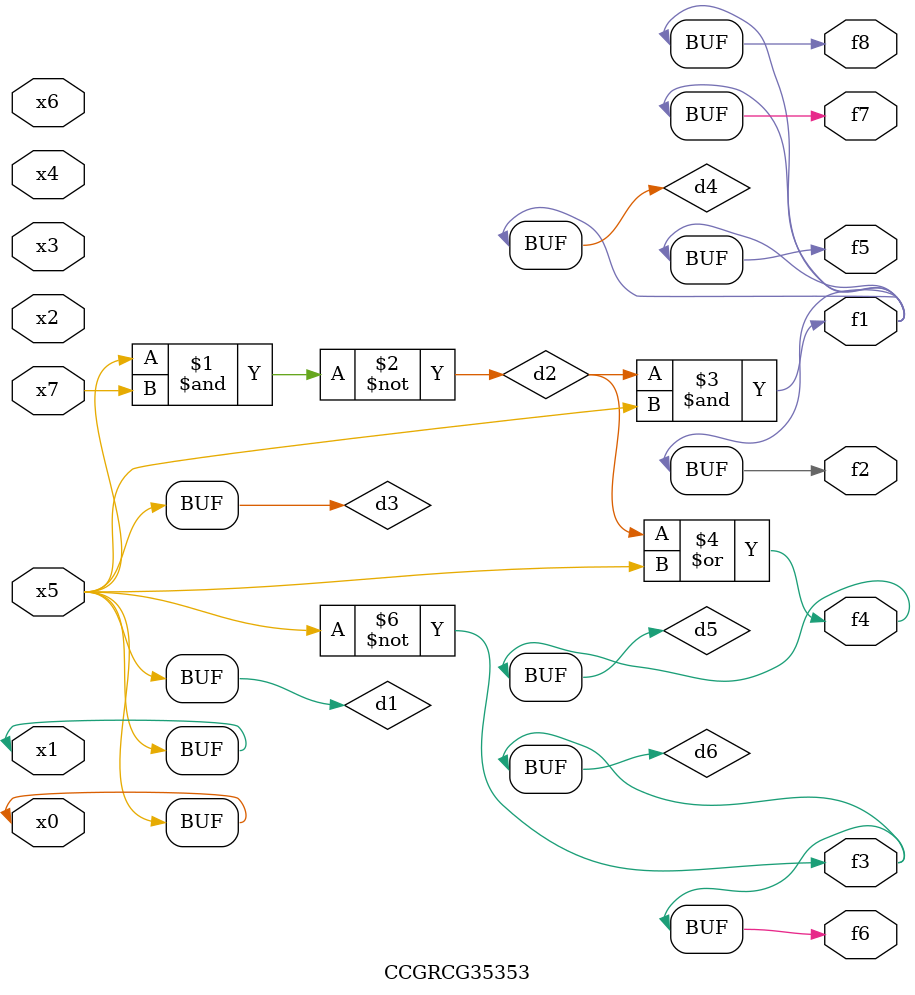
<source format=v>
module CCGRCG35353(
	input x0, x1, x2, x3, x4, x5, x6, x7,
	output f1, f2, f3, f4, f5, f6, f7, f8
);

	wire d1, d2, d3, d4, d5, d6;

	buf (d1, x0, x5);
	nand (d2, x5, x7);
	buf (d3, x0, x1);
	and (d4, d2, d3);
	or (d5, d2, d3);
	nor (d6, d1, d3);
	assign f1 = d4;
	assign f2 = d4;
	assign f3 = d6;
	assign f4 = d5;
	assign f5 = d4;
	assign f6 = d6;
	assign f7 = d4;
	assign f8 = d4;
endmodule

</source>
